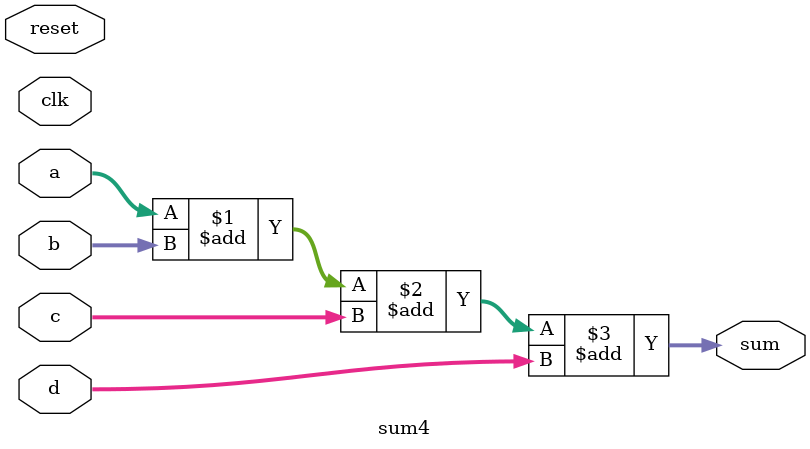
<source format=sv>
module sum4 (input logic clk,
                input logic reset,
                input logic [6:0] a,
                input logic [6:0] b,
                input logic [6:0] c,
                input logic [6:0] d,
                output logic [6:0] sum);
    assign sum = a+b+c+d;
endmodule
</source>
